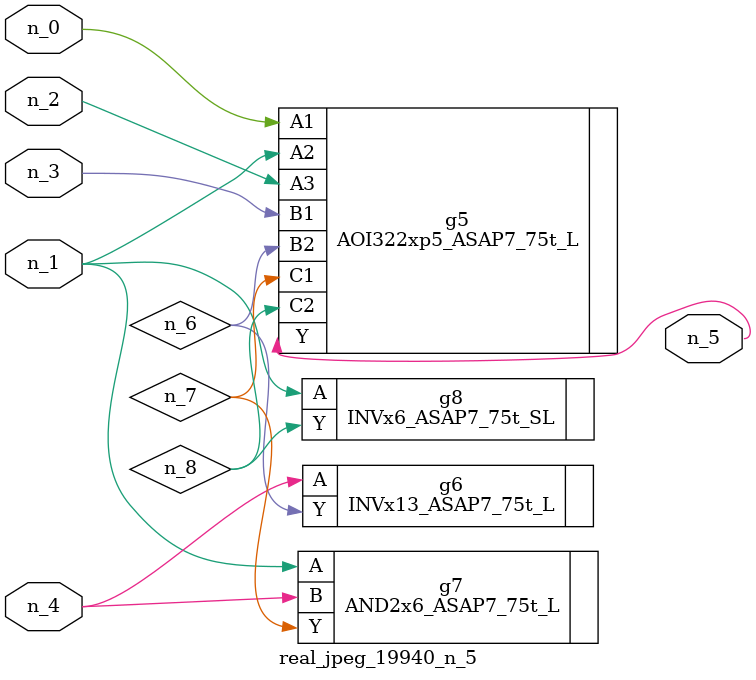
<source format=v>
module real_jpeg_19940_n_5 (n_4, n_0, n_1, n_2, n_3, n_5);

input n_4;
input n_0;
input n_1;
input n_2;
input n_3;

output n_5;

wire n_8;
wire n_6;
wire n_7;

AOI322xp5_ASAP7_75t_L g5 ( 
.A1(n_0),
.A2(n_1),
.A3(n_2),
.B1(n_3),
.B2(n_6),
.C1(n_7),
.C2(n_8),
.Y(n_5)
);

AND2x6_ASAP7_75t_L g7 ( 
.A(n_1),
.B(n_4),
.Y(n_7)
);

INVx6_ASAP7_75t_SL g8 ( 
.A(n_1),
.Y(n_8)
);

INVx13_ASAP7_75t_L g6 ( 
.A(n_4),
.Y(n_6)
);


endmodule
</source>
